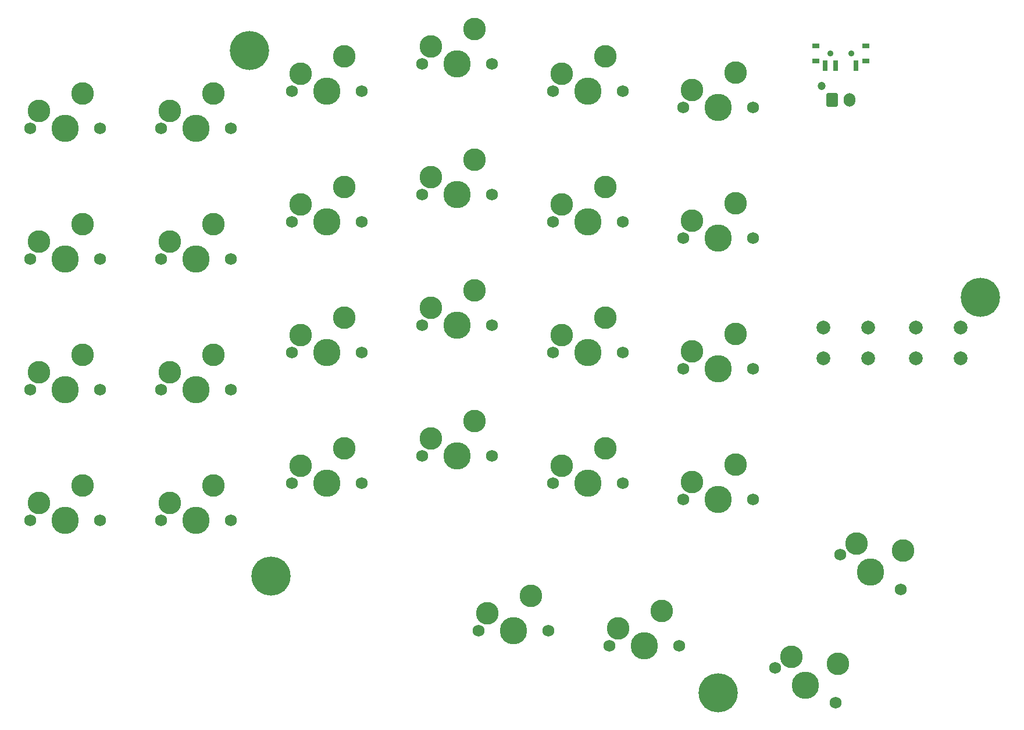
<source format=gbr>
%TF.GenerationSoftware,KiCad,Pcbnew,8.0.8*%
%TF.CreationDate,2025-02-12T11:53:10+01:00*%
%TF.ProjectId,PCB_g,5043425f-672e-46b6-9963-61645f706362,rev?*%
%TF.SameCoordinates,Original*%
%TF.FileFunction,Soldermask,Top*%
%TF.FilePolarity,Negative*%
%FSLAX46Y46*%
G04 Gerber Fmt 4.6, Leading zero omitted, Abs format (unit mm)*
G04 Created by KiCad (PCBNEW 8.0.8) date 2025-02-12 11:53:10*
%MOMM*%
%LPD*%
G01*
G04 APERTURE LIST*
G04 Aperture macros list*
%AMRoundRect*
0 Rectangle with rounded corners*
0 $1 Rounding radius*
0 $2 $3 $4 $5 $6 $7 $8 $9 X,Y pos of 4 corners*
0 Add a 4 corners polygon primitive as box body*
4,1,4,$2,$3,$4,$5,$6,$7,$8,$9,$2,$3,0*
0 Add four circle primitives for the rounded corners*
1,1,$1+$1,$2,$3*
1,1,$1+$1,$4,$5*
1,1,$1+$1,$6,$7*
1,1,$1+$1,$8,$9*
0 Add four rect primitives between the rounded corners*
20,1,$1+$1,$2,$3,$4,$5,0*
20,1,$1+$1,$4,$5,$6,$7,0*
20,1,$1+$1,$6,$7,$8,$9,0*
20,1,$1+$1,$8,$9,$2,$3,0*%
G04 Aperture macros list end*
%ADD10C,2.000000*%
%ADD11R,1.000000X0.800000*%
%ADD12C,0.900000*%
%ADD13R,0.700000X1.500000*%
%ADD14C,1.200000*%
%ADD15RoundRect,0.250000X-0.600000X-0.750000X0.600000X-0.750000X0.600000X0.750000X-0.600000X0.750000X0*%
%ADD16O,1.700000X2.000000*%
%ADD17C,5.700000*%
%ADD18C,1.750000*%
%ADD19C,3.987800*%
%ADD20C,3.300000*%
G04 APERTURE END LIST*
D10*
%TO.C,SW27*%
X204624200Y-82807000D03*
X211124200Y-82807000D03*
X204624200Y-87307000D03*
X211124200Y-87307000D03*
%TD*%
%TO.C,SW2*%
X191131300Y-82807000D03*
X197631300Y-82807000D03*
X191131300Y-87307000D03*
X197631300Y-87307000D03*
%TD*%
D11*
%TO.C,SW1*%
X197312800Y-43969800D03*
X197312800Y-41759800D03*
D12*
X195162800Y-42859800D03*
X192162800Y-42859800D03*
D11*
X190012800Y-43969800D03*
X190012800Y-41759800D03*
D13*
X195912800Y-44619800D03*
X192912800Y-44619800D03*
X191412800Y-44619800D03*
%TD*%
D14*
%TO.C,J1*%
X190840750Y-47606250D03*
D15*
X192440750Y-49606250D03*
D16*
X194940750Y-49606250D03*
%TD*%
D17*
%TO.C,H4*%
X107546350Y-42462950D03*
%TD*%
%TO.C,H3*%
X110721150Y-119055000D03*
%TD*%
%TO.C,H2*%
X175804550Y-136119550D03*
%TD*%
%TO.C,H1*%
X213969600Y-78435200D03*
%TD*%
D18*
%TO.C,SW24*%
X180880176Y-69750000D03*
D19*
X175800176Y-69750000D03*
D18*
X170720176Y-69750000D03*
D20*
X171990176Y-67210000D03*
X178340176Y-64670000D03*
%TD*%
D18*
%TO.C,SW12*%
X123880000Y-67450000D03*
D19*
X118800000Y-67450000D03*
D18*
X113720000Y-67450000D03*
D20*
X114990000Y-64910000D03*
X121340000Y-62370000D03*
%TD*%
D18*
%TO.C,SW35*%
X202399409Y-121000000D03*
D19*
X198000000Y-118460000D03*
D18*
X193600591Y-115920000D03*
D20*
X195970444Y-114355295D03*
X202739705Y-115330591D03*
%TD*%
D18*
%TO.C,SW8*%
X104880000Y-110950000D03*
D19*
X99800000Y-110950000D03*
D18*
X94720000Y-110950000D03*
D20*
X95990000Y-108410000D03*
X102340000Y-105870000D03*
%TD*%
D18*
%TO.C,SW13*%
X123880000Y-86500000D03*
D19*
X118800000Y-86500000D03*
D18*
X113720000Y-86500000D03*
D20*
X114990000Y-83960000D03*
X121340000Y-81420000D03*
%TD*%
D18*
%TO.C,SW16*%
X142880000Y-63400000D03*
D19*
X137800000Y-63400000D03*
D18*
X132720000Y-63400000D03*
D20*
X133990000Y-60860000D03*
X140340000Y-58320000D03*
%TD*%
D18*
%TO.C,SW25*%
X180880000Y-88800000D03*
D19*
X175800000Y-88800000D03*
D18*
X170720000Y-88800000D03*
D20*
X171990000Y-86260000D03*
X178340000Y-83720000D03*
%TD*%
D18*
%TO.C,SW26*%
X180880176Y-107850000D03*
D19*
X175800176Y-107850000D03*
D18*
X170720176Y-107850000D03*
D20*
X171990176Y-105310000D03*
X178340176Y-102770000D03*
%TD*%
D18*
%TO.C,SW21*%
X161880000Y-86450000D03*
D19*
X156800000Y-86450000D03*
D18*
X151720000Y-86450000D03*
D20*
X152990000Y-83910000D03*
X159340000Y-81370000D03*
%TD*%
D18*
%TO.C,SW37*%
X170160000Y-129200000D03*
D19*
X165080000Y-129200000D03*
D18*
X160000000Y-129200000D03*
D20*
X161270000Y-126660000D03*
X167620000Y-124120000D03*
%TD*%
D18*
%TO.C,SW7*%
X85830176Y-72850000D03*
D19*
X80750176Y-72850000D03*
D18*
X75670176Y-72850000D03*
D20*
X76940176Y-70310000D03*
X83290176Y-67770000D03*
%TD*%
D18*
%TO.C,SW20*%
X161879824Y-67400000D03*
D19*
X156799824Y-67400000D03*
D18*
X151719824Y-67400000D03*
D20*
X152989824Y-64860000D03*
X159339824Y-62320000D03*
%TD*%
D18*
%TO.C,SW38*%
X151080000Y-127000000D03*
D19*
X146000000Y-127000000D03*
D18*
X140920000Y-127000000D03*
D20*
X142190000Y-124460000D03*
X148540000Y-121920000D03*
%TD*%
D18*
%TO.C,SW19*%
X161879824Y-48350000D03*
D19*
X156799824Y-48350000D03*
D18*
X151719824Y-48350000D03*
D20*
X152989824Y-45810000D03*
X159339824Y-43270000D03*
%TD*%
D18*
%TO.C,SW17*%
X142880000Y-82450000D03*
D19*
X137800000Y-82450000D03*
D18*
X132720000Y-82450000D03*
D20*
X133990000Y-79910000D03*
X140340000Y-77370000D03*
%TD*%
D18*
%TO.C,SW36*%
X192899409Y-137500000D03*
D19*
X188500000Y-134960000D03*
D18*
X184100591Y-132420000D03*
D20*
X186470444Y-130855295D03*
X193239705Y-131830591D03*
%TD*%
D18*
%TO.C,SW9*%
X85830176Y-91900000D03*
D19*
X80750176Y-91900000D03*
D18*
X75670176Y-91900000D03*
D20*
X76940176Y-89360000D03*
X83290176Y-86820000D03*
%TD*%
D18*
%TO.C,SW22*%
X161880000Y-105500000D03*
D19*
X156800000Y-105500000D03*
D18*
X151720000Y-105500000D03*
D20*
X152990000Y-102960000D03*
X159340000Y-100420000D03*
%TD*%
D18*
%TO.C,SW6*%
X85830176Y-53800000D03*
D19*
X80750176Y-53800000D03*
D18*
X75670176Y-53800000D03*
D20*
X76940176Y-51260000D03*
X83290176Y-48720000D03*
%TD*%
D18*
%TO.C,SW18*%
X142880176Y-101500000D03*
D19*
X137800176Y-101500000D03*
D18*
X132720176Y-101500000D03*
D20*
X133990176Y-98960000D03*
X140340176Y-96420000D03*
%TD*%
D18*
%TO.C,SW3*%
X104880176Y-91900000D03*
D19*
X99800176Y-91900000D03*
D18*
X94720176Y-91900000D03*
D20*
X95990176Y-89360000D03*
X102340176Y-86820000D03*
%TD*%
D18*
%TO.C,SW10*%
X85830000Y-110950000D03*
D19*
X80750000Y-110950000D03*
D18*
X75670000Y-110950000D03*
D20*
X76940000Y-108410000D03*
X83290000Y-105870000D03*
%TD*%
D18*
%TO.C,SW14*%
X123879824Y-105550000D03*
D19*
X118799824Y-105550000D03*
D18*
X113719824Y-105550000D03*
D20*
X114989824Y-103010000D03*
X121339824Y-100470000D03*
%TD*%
D18*
%TO.C,SW4*%
X104880000Y-53800000D03*
D19*
X99800000Y-53800000D03*
D18*
X94720000Y-53800000D03*
D20*
X95990000Y-51260000D03*
X102340000Y-48720000D03*
%TD*%
D18*
%TO.C,SW23*%
X180880176Y-50700000D03*
D19*
X175800176Y-50700000D03*
D18*
X170720176Y-50700000D03*
D20*
X171990176Y-48160000D03*
X178340176Y-45620000D03*
%TD*%
D18*
%TO.C,SW5*%
X104880000Y-72850000D03*
D19*
X99800000Y-72850000D03*
D18*
X94720000Y-72850000D03*
D20*
X95990000Y-70310000D03*
X102340000Y-67770000D03*
%TD*%
D18*
%TO.C,SW15*%
X142880176Y-44350000D03*
D19*
X137800176Y-44350000D03*
D18*
X132720176Y-44350000D03*
D20*
X133990176Y-41810000D03*
X140340176Y-39270000D03*
%TD*%
D18*
%TO.C,SW11*%
X123880000Y-48400000D03*
D19*
X118800000Y-48400000D03*
D18*
X113720000Y-48400000D03*
D20*
X114990000Y-45860000D03*
X121340000Y-43320000D03*
%TD*%
M02*

</source>
